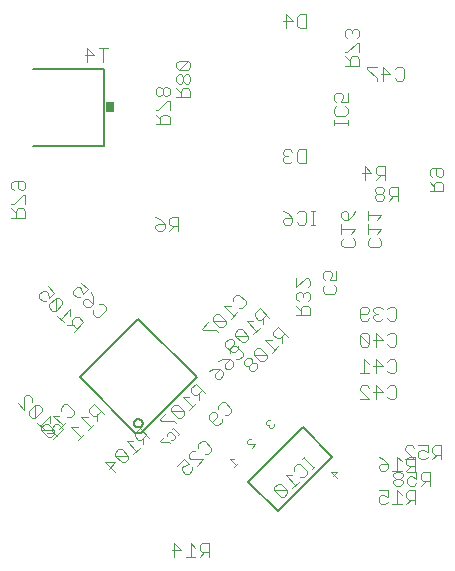
<source format=gbr>
G04 EAGLE Gerber RS-274X export*
G75*
%MOMM*%
%FSLAX34Y34*%
%LPD*%
%INSilkscreen Bottom*%
%IPPOS*%
%AMOC8*
5,1,8,0,0,1.08239X$1,22.5*%
G01*
%ADD10C,0.101600*%
%ADD11C,0.152400*%
%ADD12C,0.076200*%
%ADD13C,0.203200*%
%ADD14R,0.762000X0.863600*%


D10*
X423496Y251553D02*
X425445Y253502D01*
X429343Y253502D01*
X431292Y251553D01*
X431292Y243757D01*
X429343Y241808D01*
X425445Y241808D01*
X423496Y243757D01*
X419598Y251553D02*
X417649Y253502D01*
X413751Y253502D01*
X411802Y251553D01*
X411802Y249604D01*
X413751Y247655D01*
X415700Y247655D01*
X413751Y247655D02*
X411802Y245706D01*
X411802Y243757D01*
X413751Y241808D01*
X417649Y241808D01*
X419598Y243757D01*
X407904Y243757D02*
X405955Y241808D01*
X402057Y241808D01*
X400108Y243757D01*
X400108Y251553D01*
X402057Y253502D01*
X405955Y253502D01*
X407904Y251553D01*
X407904Y249604D01*
X405955Y247655D01*
X400108Y247655D01*
X423496Y229328D02*
X425445Y231277D01*
X429343Y231277D01*
X431292Y229328D01*
X431292Y221532D01*
X429343Y219583D01*
X425445Y219583D01*
X423496Y221532D01*
X413751Y219583D02*
X413751Y231277D01*
X419598Y225430D01*
X411802Y225430D01*
X407904Y221532D02*
X407904Y229328D01*
X405955Y231277D01*
X402057Y231277D01*
X400108Y229328D01*
X400108Y221532D01*
X402057Y219583D01*
X405955Y219583D01*
X407904Y221532D01*
X400108Y229328D01*
X423496Y207103D02*
X425445Y209052D01*
X429343Y209052D01*
X431292Y207103D01*
X431292Y199307D01*
X429343Y197358D01*
X425445Y197358D01*
X423496Y199307D01*
X413751Y197358D02*
X413751Y209052D01*
X419598Y203205D01*
X411802Y203205D01*
X407904Y205154D02*
X404006Y209052D01*
X404006Y197358D01*
X407904Y197358D02*
X400108Y197358D01*
X423496Y184878D02*
X425445Y186827D01*
X429343Y186827D01*
X431292Y184878D01*
X431292Y177082D01*
X429343Y175133D01*
X425445Y175133D01*
X423496Y177082D01*
X413751Y175133D02*
X413751Y186827D01*
X419598Y180980D01*
X411802Y180980D01*
X407904Y175133D02*
X400108Y175133D01*
X407904Y175133D02*
X400108Y182929D01*
X400108Y184878D01*
X402057Y186827D01*
X405955Y186827D01*
X407904Y184878D01*
X358277Y246414D02*
X346583Y246414D01*
X358277Y246414D02*
X358277Y252261D01*
X356328Y254210D01*
X352430Y254210D01*
X350481Y252261D01*
X350481Y246414D01*
X350481Y250312D02*
X346583Y254210D01*
X356328Y258108D02*
X358277Y260056D01*
X358277Y263954D01*
X356328Y265903D01*
X354379Y265903D01*
X352430Y263954D01*
X352430Y262005D01*
X352430Y263954D02*
X350481Y265903D01*
X348532Y265903D01*
X346583Y263954D01*
X346583Y260056D01*
X348532Y258108D01*
X346583Y269801D02*
X346583Y277597D01*
X346583Y269801D02*
X354379Y277597D01*
X356328Y277597D01*
X358277Y275648D01*
X358277Y271750D01*
X356328Y269801D01*
X378553Y272254D02*
X380502Y270305D01*
X380502Y266407D01*
X378553Y264458D01*
X370757Y264458D01*
X368808Y266407D01*
X368808Y270305D01*
X370757Y272254D01*
X380502Y276152D02*
X380502Y283947D01*
X380502Y276152D02*
X374655Y276152D01*
X376604Y280049D01*
X376604Y281998D01*
X374655Y283947D01*
X370757Y283947D01*
X368808Y281998D01*
X368808Y278100D01*
X370757Y276152D01*
X396377Y309567D02*
X394428Y311516D01*
X396377Y309567D02*
X396377Y305669D01*
X394428Y303721D01*
X386632Y303721D01*
X384683Y305669D01*
X384683Y309567D01*
X386632Y311516D01*
X392479Y315414D02*
X396377Y319312D01*
X384683Y319312D01*
X384683Y315414D02*
X384683Y323210D01*
X394428Y331006D02*
X396377Y334904D01*
X394428Y331006D02*
X390530Y327108D01*
X386632Y327108D01*
X384683Y329057D01*
X384683Y332955D01*
X386632Y334904D01*
X388581Y334904D01*
X390530Y332955D01*
X390530Y327108D01*
X246717Y329702D02*
X246717Y318008D01*
X246717Y329702D02*
X240871Y329702D01*
X238922Y327753D01*
X238922Y323855D01*
X240871Y321906D01*
X246717Y321906D01*
X242820Y321906D02*
X238922Y318008D01*
X231126Y327753D02*
X227228Y329702D01*
X231126Y327753D02*
X235024Y323855D01*
X235024Y319957D01*
X233075Y318008D01*
X229177Y318008D01*
X227228Y319957D01*
X227228Y321906D01*
X229177Y323855D01*
X235024Y323855D01*
X354667Y375158D02*
X354667Y386852D01*
X354667Y375158D02*
X348821Y375158D01*
X346872Y377107D01*
X346872Y384903D01*
X348821Y386852D01*
X354667Y386852D01*
X342974Y384903D02*
X341025Y386852D01*
X337127Y386852D01*
X335178Y384903D01*
X335178Y382954D01*
X337127Y381005D01*
X339076Y381005D01*
X337127Y381005D02*
X335178Y379056D01*
X335178Y377107D01*
X337127Y375158D01*
X341025Y375158D01*
X342974Y377107D01*
X469392Y136027D02*
X469392Y124333D01*
X469392Y136027D02*
X463545Y136027D01*
X461596Y134078D01*
X461596Y130180D01*
X463545Y128231D01*
X469392Y128231D01*
X465494Y128231D02*
X461596Y124333D01*
X457698Y136027D02*
X449902Y136027D01*
X457698Y136027D02*
X457698Y130180D01*
X453800Y132129D01*
X451851Y132129D01*
X449902Y130180D01*
X449902Y126282D01*
X451851Y124333D01*
X455749Y124333D01*
X457698Y126282D01*
X446004Y124333D02*
X438208Y124333D01*
X446004Y124333D02*
X438208Y132129D01*
X438208Y134078D01*
X440157Y136027D01*
X444055Y136027D01*
X446004Y134078D01*
X459867Y113802D02*
X459867Y102108D01*
X459867Y113802D02*
X454020Y113802D01*
X452071Y111853D01*
X452071Y107955D01*
X454020Y106006D01*
X459867Y106006D01*
X455969Y106006D02*
X452071Y102108D01*
X448173Y113802D02*
X440377Y113802D01*
X448173Y113802D02*
X448173Y107955D01*
X444275Y109904D01*
X442326Y109904D01*
X440377Y107955D01*
X440377Y104057D01*
X442326Y102108D01*
X446224Y102108D01*
X448173Y104057D01*
X436479Y111853D02*
X434530Y113802D01*
X430632Y113802D01*
X428683Y111853D01*
X428683Y109904D01*
X430632Y107955D01*
X428683Y106006D01*
X428683Y104057D01*
X430632Y102108D01*
X434530Y102108D01*
X436479Y104057D01*
X436479Y106006D01*
X434530Y107955D01*
X436479Y109904D01*
X436479Y111853D01*
X434530Y107955D02*
X430632Y107955D01*
X362463Y323088D02*
X358566Y323088D01*
X360515Y323088D02*
X360515Y334782D01*
X362463Y334782D02*
X358566Y334782D01*
X348821Y334782D02*
X346872Y332833D01*
X348821Y334782D02*
X352719Y334782D01*
X354668Y332833D01*
X354668Y325037D01*
X352719Y323088D01*
X348821Y323088D01*
X346872Y325037D01*
X339076Y332833D02*
X335178Y334782D01*
X339076Y332833D02*
X342974Y328935D01*
X342974Y325037D01*
X341025Y323088D01*
X337127Y323088D01*
X335178Y325037D01*
X335178Y326986D01*
X337127Y328935D01*
X342974Y328935D01*
X430003Y454753D02*
X431952Y456702D01*
X435850Y456702D01*
X437799Y454753D01*
X437799Y446957D01*
X435850Y445008D01*
X431952Y445008D01*
X430003Y446957D01*
X420258Y445008D02*
X420258Y456702D01*
X426105Y450855D01*
X418309Y450855D01*
X414411Y456702D02*
X406615Y456702D01*
X406615Y454753D01*
X414411Y446957D01*
X414411Y445008D01*
X416653Y311516D02*
X418602Y309567D01*
X418602Y305669D01*
X416653Y303721D01*
X408857Y303721D01*
X406908Y305669D01*
X406908Y309567D01*
X408857Y311516D01*
X414704Y315414D02*
X418602Y319312D01*
X406908Y319312D01*
X406908Y315414D02*
X406908Y323210D01*
X414704Y327108D02*
X418602Y331006D01*
X406908Y331006D01*
X406908Y327108D02*
X406908Y334904D01*
X421767Y360871D02*
X421767Y372564D01*
X415920Y372564D01*
X413971Y370615D01*
X413971Y366717D01*
X415920Y364768D01*
X421767Y364768D01*
X417869Y364768D02*
X413971Y360871D01*
X404226Y360871D02*
X404226Y372564D01*
X410073Y366717D01*
X402277Y366717D01*
X432455Y355102D02*
X432455Y343408D01*
X432455Y355102D02*
X426608Y355102D01*
X424659Y353153D01*
X424659Y349255D01*
X426608Y347306D01*
X432455Y347306D01*
X428557Y347306D02*
X424659Y343408D01*
X420761Y353153D02*
X418812Y355102D01*
X414914Y355102D01*
X412965Y353153D01*
X412965Y351204D01*
X414914Y349255D01*
X412965Y347306D01*
X412965Y345357D01*
X414914Y343408D01*
X418812Y343408D01*
X420761Y345357D01*
X420761Y347306D01*
X418812Y349255D01*
X420761Y351204D01*
X420761Y353153D01*
X418812Y349255D02*
X414914Y349255D01*
X459296Y351346D02*
X470989Y351346D01*
X470989Y357192D01*
X469040Y359141D01*
X465142Y359141D01*
X463193Y357192D01*
X463193Y351346D01*
X463193Y355243D02*
X459296Y359141D01*
X461244Y363039D02*
X459296Y364988D01*
X459296Y368886D01*
X461244Y370835D01*
X469040Y370835D01*
X470989Y368886D01*
X470989Y364988D01*
X469040Y363039D01*
X467091Y363039D01*
X465142Y364988D01*
X465142Y370835D01*
X378333Y407474D02*
X378333Y411372D01*
X378333Y409423D02*
X390027Y409423D01*
X390027Y407474D02*
X390027Y411372D01*
X390027Y421117D02*
X388078Y423066D01*
X390027Y421117D02*
X390027Y417219D01*
X388078Y415270D01*
X380282Y415270D01*
X378333Y417219D01*
X378333Y421117D01*
X380282Y423066D01*
X390027Y426964D02*
X390027Y434760D01*
X390027Y426964D02*
X384180Y426964D01*
X386129Y430862D01*
X386129Y432811D01*
X384180Y434760D01*
X380282Y434760D01*
X378333Y432811D01*
X378333Y428913D01*
X380282Y426964D01*
X147216Y168145D02*
X147216Y165389D01*
X147216Y168145D02*
X149972Y170901D01*
X152728Y170901D01*
X158241Y165389D01*
X158241Y162632D01*
X155485Y159876D01*
X152728Y159876D01*
X145838Y161254D02*
X140325Y161254D01*
X148594Y152985D01*
X145838Y150229D02*
X151350Y155742D01*
X141703Y148851D02*
X136191Y154363D01*
X133434Y154363D01*
X130678Y151607D01*
X130678Y148851D01*
X136191Y143338D01*
X138947Y143338D01*
X141703Y146095D01*
X141703Y148851D01*
X130678Y148851D01*
X263553Y136938D02*
X263553Y134182D01*
X263553Y136938D02*
X266309Y139694D01*
X269065Y139694D01*
X274578Y134182D01*
X274578Y131425D01*
X271822Y128669D01*
X269065Y128669D01*
X267687Y124534D02*
X262175Y119022D01*
X267687Y124534D02*
X256662Y124534D01*
X255284Y125913D01*
X255284Y128669D01*
X258040Y131425D01*
X260797Y131425D01*
X251149Y124534D02*
X245637Y119022D01*
X251149Y124534D02*
X255284Y120400D01*
X251150Y119022D01*
X249771Y117644D01*
X249771Y114887D01*
X252528Y112131D01*
X255284Y112131D01*
X258040Y114887D01*
X258040Y117644D01*
X292459Y258338D02*
X292459Y261094D01*
X295216Y263851D01*
X297972Y263851D01*
X303484Y258338D01*
X303484Y255582D01*
X300728Y252825D01*
X297972Y252825D01*
X291081Y254203D02*
X285568Y254203D01*
X293837Y245935D01*
X296594Y248691D02*
X291081Y243178D01*
X286947Y241800D02*
X281434Y247313D01*
X278678Y247313D01*
X275921Y244556D01*
X275921Y241800D01*
X281434Y236288D01*
X284190Y236288D01*
X286947Y239044D01*
X286947Y241800D01*
X275921Y241800D01*
X271787Y240422D02*
X266274Y234909D01*
X267653Y233531D01*
X278678Y233531D01*
X280056Y232153D01*
X149069Y149766D02*
X140800Y141497D01*
X149069Y149766D02*
X144935Y153901D01*
X142178Y153901D01*
X139422Y151144D01*
X139422Y148388D01*
X143556Y144254D01*
X140800Y147010D02*
X135287Y147010D01*
X138044Y155279D02*
X138044Y160791D01*
X129775Y152522D01*
X132531Y149766D02*
X127019Y155279D01*
X125640Y159413D02*
X131153Y164926D01*
X131153Y167682D01*
X128397Y170438D01*
X125640Y170438D01*
X120128Y164926D01*
X120128Y162170D01*
X122884Y159413D01*
X125640Y159413D01*
X125640Y170438D01*
X115993Y166304D02*
X110481Y171817D01*
X115993Y166304D02*
X115993Y177329D01*
X117372Y178707D01*
X120128Y178707D01*
X122884Y175951D01*
X122884Y173195D01*
X213771Y150656D02*
X222040Y142387D01*
X213771Y150656D02*
X209637Y146522D01*
X209637Y143766D01*
X212393Y141009D01*
X215149Y141009D01*
X219284Y145144D01*
X216528Y142387D02*
X216528Y136875D01*
X208259Y139631D02*
X202746Y139631D01*
X211015Y131362D01*
X208259Y128606D02*
X213771Y134119D01*
X204124Y127228D02*
X198612Y132740D01*
X195855Y132740D01*
X193099Y129984D01*
X193099Y127228D01*
X198612Y121715D01*
X201368Y121715D01*
X204124Y124471D01*
X204124Y127228D01*
X193099Y127228D01*
X184830Y121715D02*
X193099Y113446D01*
X193099Y121715D02*
X184830Y121715D01*
X187587Y116203D02*
X193099Y121715D01*
X157933Y232221D02*
X166202Y240490D01*
X162067Y244624D01*
X159311Y244624D01*
X156555Y241868D01*
X156555Y239112D01*
X160689Y234977D01*
X157933Y237734D02*
X152420Y237734D01*
X155177Y246002D02*
X155177Y251515D01*
X146908Y243246D01*
X149664Y240490D02*
X144152Y246002D01*
X142773Y250137D02*
X148286Y255649D01*
X148286Y258406D01*
X145530Y261162D01*
X142773Y261162D01*
X137261Y255649D01*
X137261Y252893D01*
X140017Y250137D01*
X142773Y250137D01*
X142773Y261162D01*
X141395Y265297D02*
X135883Y270809D01*
X141395Y265297D02*
X137261Y261162D01*
X135883Y265296D01*
X134504Y266675D01*
X131748Y266675D01*
X128992Y263918D01*
X128992Y261162D01*
X131748Y258406D01*
X134504Y258406D01*
X179676Y256009D02*
X182433Y256009D01*
X185189Y253253D01*
X185189Y250497D01*
X179676Y244984D01*
X176920Y244984D01*
X174164Y247740D01*
X174164Y250497D01*
X174164Y261522D02*
X172786Y265656D01*
X174164Y261522D02*
X174164Y256009D01*
X171407Y253253D01*
X168651Y253253D01*
X165895Y256009D01*
X165895Y258765D01*
X167273Y260144D01*
X170029Y260144D01*
X174164Y256009D01*
X170029Y268413D02*
X164517Y273925D01*
X170029Y268413D02*
X165895Y264278D01*
X164517Y268412D01*
X163138Y269791D01*
X160382Y269791D01*
X157626Y267034D01*
X157626Y264278D01*
X160382Y261522D01*
X163138Y261522D01*
X261160Y188427D02*
X269429Y180158D01*
X261160Y188427D02*
X257026Y184292D01*
X257026Y181536D01*
X259782Y178780D01*
X262538Y178780D01*
X266673Y182914D01*
X263916Y180158D02*
X263916Y174645D01*
X255648Y177402D02*
X250135Y177402D01*
X258404Y169133D01*
X261160Y171889D02*
X255648Y166376D01*
X251513Y164998D02*
X246001Y170511D01*
X243244Y170511D01*
X240488Y167754D01*
X240488Y164998D01*
X246001Y159486D01*
X248757Y159486D01*
X251513Y162242D01*
X251513Y164998D01*
X240488Y164998D01*
X236354Y163620D02*
X230841Y158107D01*
X232219Y156729D01*
X243244Y156729D01*
X244622Y155351D01*
X290091Y214601D02*
X290091Y217357D01*
X292847Y220114D01*
X295603Y220114D01*
X301116Y214601D01*
X301116Y211845D01*
X298360Y209089D01*
X295603Y209089D01*
X284578Y209089D02*
X280444Y207710D01*
X284578Y209089D02*
X290091Y209088D01*
X292847Y206332D01*
X292847Y203576D01*
X290091Y200820D01*
X287335Y200820D01*
X285956Y202198D01*
X285956Y204954D01*
X290091Y209088D01*
X276309Y200820D02*
X272175Y199441D01*
X276309Y200820D02*
X281822Y200820D01*
X284578Y198063D01*
X284578Y195307D01*
X281822Y192551D01*
X279066Y192551D01*
X277688Y193929D01*
X277688Y196685D01*
X281822Y200820D01*
X331246Y236381D02*
X339515Y228112D01*
X331246Y236381D02*
X327112Y232247D01*
X327112Y229491D01*
X329868Y226734D01*
X332624Y226734D01*
X336759Y230869D01*
X334003Y228112D02*
X334003Y222600D01*
X325734Y225356D02*
X320221Y225356D01*
X328490Y217087D01*
X325734Y214331D02*
X331246Y219844D01*
X321599Y212953D02*
X316087Y218465D01*
X313330Y218465D01*
X310574Y215709D01*
X310574Y212953D01*
X316087Y207440D01*
X318843Y207440D01*
X321599Y210196D01*
X321599Y212953D01*
X310574Y212953D01*
X307818Y210196D02*
X305062Y210196D01*
X302305Y207440D01*
X302305Y204684D01*
X303683Y203306D01*
X306440Y203306D01*
X306440Y200549D01*
X307818Y199171D01*
X310574Y199171D01*
X313330Y201928D01*
X313330Y204684D01*
X311952Y206062D01*
X309196Y206062D01*
X309196Y208818D01*
X307818Y210196D01*
X309196Y206062D02*
X306440Y203306D01*
X323640Y243987D02*
X315371Y252256D01*
X311237Y248122D01*
X311237Y245366D01*
X313993Y242609D01*
X316749Y242609D01*
X320884Y246744D01*
X318128Y243987D02*
X318128Y238475D01*
X309859Y241231D02*
X304346Y241231D01*
X312615Y232962D01*
X309859Y230206D02*
X315371Y235719D01*
X305724Y228828D02*
X300212Y234340D01*
X297455Y234340D01*
X294699Y231584D01*
X294699Y228828D01*
X300212Y223315D01*
X302968Y223315D01*
X305724Y226071D01*
X305724Y228828D01*
X294699Y228828D01*
X297455Y220559D02*
X297455Y217803D01*
X294699Y215046D01*
X291943Y215046D01*
X286430Y220559D01*
X286430Y223315D01*
X289187Y226071D01*
X291943Y226071D01*
X293321Y224693D01*
X293321Y221937D01*
X289187Y217803D01*
D11*
X262293Y193675D02*
X212725Y243243D01*
X163157Y193675D01*
X210215Y146617D01*
X215235Y146617D02*
X262293Y193675D01*
X215235Y146617D02*
X210215Y146617D01*
X209133Y154880D02*
X209135Y154999D01*
X209141Y155119D01*
X209151Y155238D01*
X209165Y155356D01*
X209183Y155474D01*
X209204Y155592D01*
X209230Y155708D01*
X209259Y155824D01*
X209293Y155939D01*
X209330Y156052D01*
X209371Y156164D01*
X209415Y156275D01*
X209463Y156385D01*
X209515Y156492D01*
X209570Y156598D01*
X209629Y156702D01*
X209692Y156804D01*
X209757Y156903D01*
X209826Y157001D01*
X209898Y157096D01*
X209973Y157189D01*
X210052Y157279D01*
X210133Y157367D01*
X210217Y157451D01*
X210304Y157533D01*
X210393Y157612D01*
X210485Y157688D01*
X210580Y157761D01*
X210677Y157831D01*
X210776Y157897D01*
X210878Y157960D01*
X210981Y158020D01*
X211086Y158076D01*
X211193Y158129D01*
X211302Y158178D01*
X211413Y158224D01*
X211525Y158265D01*
X211638Y158303D01*
X211752Y158338D01*
X211868Y158368D01*
X211984Y158395D01*
X212101Y158417D01*
X212219Y158436D01*
X212338Y158451D01*
X212457Y158462D01*
X212576Y158469D01*
X212695Y158472D01*
X212815Y158471D01*
X212934Y158466D01*
X213053Y158457D01*
X213172Y158444D01*
X213290Y158427D01*
X213407Y158407D01*
X213524Y158382D01*
X213640Y158353D01*
X213755Y158321D01*
X213869Y158285D01*
X213982Y158245D01*
X214093Y158201D01*
X214202Y158154D01*
X214310Y158103D01*
X214417Y158049D01*
X214521Y157991D01*
X214623Y157929D01*
X214724Y157865D01*
X214822Y157796D01*
X214918Y157725D01*
X215011Y157651D01*
X215102Y157573D01*
X215190Y157493D01*
X215275Y157409D01*
X215358Y157323D01*
X215438Y157234D01*
X215515Y157143D01*
X215588Y157049D01*
X215659Y156952D01*
X215726Y156854D01*
X215790Y156753D01*
X215851Y156650D01*
X215908Y156545D01*
X215961Y156439D01*
X216011Y156330D01*
X216058Y156220D01*
X216100Y156109D01*
X216139Y155996D01*
X216175Y155882D01*
X216206Y155766D01*
X216233Y155650D01*
X216257Y155533D01*
X216277Y155415D01*
X216293Y155297D01*
X216305Y155178D01*
X216313Y155059D01*
X216317Y154940D01*
X216317Y154820D01*
X216313Y154701D01*
X216305Y154582D01*
X216293Y154463D01*
X216277Y154345D01*
X216257Y154227D01*
X216233Y154110D01*
X216206Y153994D01*
X216175Y153878D01*
X216139Y153764D01*
X216100Y153651D01*
X216058Y153540D01*
X216011Y153430D01*
X215961Y153321D01*
X215908Y153215D01*
X215851Y153110D01*
X215790Y153007D01*
X215726Y152906D01*
X215659Y152808D01*
X215588Y152711D01*
X215515Y152617D01*
X215438Y152526D01*
X215358Y152437D01*
X215275Y152351D01*
X215190Y152267D01*
X215102Y152187D01*
X215011Y152109D01*
X214918Y152035D01*
X214822Y151964D01*
X214724Y151895D01*
X214623Y151831D01*
X214521Y151769D01*
X214417Y151711D01*
X214310Y151657D01*
X214202Y151606D01*
X214093Y151559D01*
X213982Y151515D01*
X213869Y151475D01*
X213755Y151439D01*
X213640Y151407D01*
X213524Y151378D01*
X213407Y151353D01*
X213290Y151333D01*
X213172Y151316D01*
X213053Y151303D01*
X212934Y151294D01*
X212815Y151289D01*
X212695Y151288D01*
X212576Y151291D01*
X212457Y151298D01*
X212338Y151309D01*
X212219Y151324D01*
X212101Y151343D01*
X211984Y151365D01*
X211868Y151392D01*
X211752Y151422D01*
X211638Y151457D01*
X211525Y151495D01*
X211413Y151536D01*
X211302Y151582D01*
X211193Y151631D01*
X211086Y151684D01*
X210981Y151740D01*
X210878Y151800D01*
X210776Y151863D01*
X210677Y151929D01*
X210580Y151999D01*
X210485Y152072D01*
X210393Y152148D01*
X210304Y152227D01*
X210217Y152309D01*
X210133Y152393D01*
X210052Y152481D01*
X209973Y152571D01*
X209898Y152664D01*
X209826Y152759D01*
X209757Y152857D01*
X209692Y152956D01*
X209629Y153058D01*
X209570Y153162D01*
X209515Y153268D01*
X209463Y153375D01*
X209415Y153485D01*
X209371Y153596D01*
X209330Y153708D01*
X209293Y153821D01*
X209259Y153936D01*
X209230Y154052D01*
X209204Y154168D01*
X209183Y154286D01*
X209165Y154404D01*
X209151Y154522D01*
X209141Y154641D01*
X209135Y154761D01*
X209133Y154880D01*
D12*
X246652Y144804D02*
X248390Y146542D01*
X247521Y145673D02*
X242308Y150886D01*
X243177Y151755D02*
X241439Y150017D01*
X237042Y145620D02*
X237042Y143883D01*
X237042Y145620D02*
X238780Y147358D01*
X240518Y147358D01*
X243993Y143883D01*
X243993Y142145D01*
X242255Y140407D01*
X240518Y140407D01*
X234357Y142935D02*
X230881Y139459D01*
X231750Y138590D01*
X238701Y138590D01*
X239570Y137722D01*
D10*
X239214Y408339D02*
X227521Y408339D01*
X239214Y408339D02*
X239214Y414186D01*
X237265Y416135D01*
X233367Y416135D01*
X231418Y414186D01*
X231418Y408339D01*
X231418Y412237D02*
X227521Y416135D01*
X239214Y420033D02*
X239214Y427828D01*
X237265Y427828D01*
X229469Y420033D01*
X227521Y420033D01*
X237265Y431726D02*
X239214Y433675D01*
X239214Y437573D01*
X237265Y439522D01*
X235316Y439522D01*
X233367Y437573D01*
X231418Y439522D01*
X229469Y439522D01*
X227521Y437573D01*
X227521Y433675D01*
X229469Y431726D01*
X231418Y431726D01*
X233367Y433675D01*
X235316Y431726D01*
X237265Y431726D01*
X233367Y433675D02*
X233367Y437573D01*
X116977Y328964D02*
X105283Y328964D01*
X116977Y328964D02*
X116977Y334811D01*
X115028Y336760D01*
X111130Y336760D01*
X109181Y334811D01*
X109181Y328964D01*
X109181Y332862D02*
X105283Y336760D01*
X116977Y340658D02*
X116977Y348453D01*
X115028Y348453D01*
X107232Y340658D01*
X105283Y340658D01*
X107232Y352351D02*
X105283Y354300D01*
X105283Y358198D01*
X107232Y360147D01*
X115028Y360147D01*
X116977Y358198D01*
X116977Y354300D01*
X115028Y352351D01*
X113079Y352351D01*
X111130Y354300D01*
X111130Y360147D01*
X244983Y430721D02*
X256677Y430721D01*
X256677Y436567D01*
X254728Y438516D01*
X250830Y438516D01*
X248881Y436567D01*
X248881Y430721D01*
X248881Y434618D02*
X244983Y438516D01*
X254728Y442414D02*
X256677Y444363D01*
X256677Y448261D01*
X254728Y450210D01*
X252779Y450210D01*
X250830Y448261D01*
X248881Y450210D01*
X246932Y450210D01*
X244983Y448261D01*
X244983Y444363D01*
X246932Y442414D01*
X248881Y442414D01*
X250830Y444363D01*
X252779Y442414D01*
X254728Y442414D01*
X250830Y444363D02*
X250830Y448261D01*
X246932Y454108D02*
X254728Y454108D01*
X256677Y456057D01*
X256677Y459955D01*
X254728Y461904D01*
X246932Y461904D01*
X244983Y459955D01*
X244983Y456057D01*
X246932Y454108D01*
X254728Y461904D01*
X355092Y489458D02*
X355092Y501152D01*
X355092Y489458D02*
X349245Y489458D01*
X347296Y491407D01*
X347296Y499203D01*
X349245Y501152D01*
X355092Y501152D01*
X337551Y501152D02*
X337551Y489458D01*
X343398Y495305D02*
X337551Y501152D01*
X335602Y495305D02*
X343398Y495305D01*
X387858Y457708D02*
X399552Y457708D01*
X399552Y463555D01*
X397603Y465504D01*
X393705Y465504D01*
X391756Y463555D01*
X391756Y457708D01*
X391756Y461606D02*
X387858Y465504D01*
X399552Y469402D02*
X399552Y477198D01*
X397603Y477198D01*
X389807Y469402D01*
X387858Y469402D01*
X397603Y481096D02*
X399552Y483045D01*
X399552Y486943D01*
X397603Y488892D01*
X395654Y488892D01*
X393705Y486943D01*
X393705Y484994D01*
X393705Y486943D02*
X391756Y488892D01*
X389807Y488892D01*
X387858Y486943D01*
X387858Y483045D01*
X389807Y481096D01*
X175340Y170962D02*
X183609Y162694D01*
X175340Y170962D02*
X171205Y166828D01*
X171205Y164072D01*
X173962Y161315D01*
X176718Y161315D01*
X180853Y165450D01*
X178096Y162694D02*
X178096Y157181D01*
X169827Y159937D02*
X164315Y159937D01*
X172584Y151668D01*
X175340Y154425D02*
X169827Y148912D01*
X161558Y151668D02*
X156046Y151668D01*
X164315Y143399D01*
X167071Y146156D02*
X161558Y140643D01*
D13*
X183515Y389505D02*
X123571Y389509D01*
X183515Y389505D02*
X183515Y455045D01*
X123571Y455041D01*
D14*
X188341Y422275D03*
D10*
X182919Y460883D02*
X182919Y472577D01*
X186817Y472577D02*
X179021Y472577D01*
X169276Y472577D02*
X169276Y460883D01*
X175123Y466730D02*
X169276Y472577D01*
X167327Y466730D02*
X175123Y466730D01*
X272542Y53477D02*
X272542Y41783D01*
X272542Y53477D02*
X266695Y53477D01*
X264746Y51528D01*
X264746Y47630D01*
X266695Y45681D01*
X272542Y45681D01*
X268644Y45681D02*
X264746Y41783D01*
X260848Y49579D02*
X256950Y53477D01*
X256950Y41783D01*
X260848Y41783D02*
X253052Y41783D01*
X243307Y41783D02*
X243307Y53477D01*
X249154Y47630D01*
X241358Y47630D01*
X447324Y86233D02*
X447324Y97927D01*
X441477Y97927D01*
X439528Y95978D01*
X439528Y92080D01*
X441477Y90131D01*
X447324Y90131D01*
X443426Y90131D02*
X439528Y86233D01*
X435630Y94029D02*
X431732Y97927D01*
X431732Y86233D01*
X435630Y86233D02*
X427834Y86233D01*
X423936Y97927D02*
X416140Y97927D01*
X423936Y97927D02*
X423936Y92080D01*
X420038Y94029D01*
X418089Y94029D01*
X416140Y92080D01*
X416140Y88182D01*
X418089Y86233D01*
X421987Y86233D01*
X423936Y88182D01*
X447324Y114808D02*
X447324Y126502D01*
X441477Y126502D01*
X439528Y124553D01*
X439528Y120655D01*
X441477Y118706D01*
X447324Y118706D01*
X443426Y118706D02*
X439528Y114808D01*
X435630Y122604D02*
X431732Y126502D01*
X431732Y114808D01*
X435630Y114808D02*
X427834Y114808D01*
X420038Y124553D02*
X416140Y126502D01*
X420038Y124553D02*
X423936Y120655D01*
X423936Y116757D01*
X421987Y114808D01*
X418089Y114808D01*
X416140Y116757D01*
X416140Y118706D01*
X418089Y120655D01*
X423936Y120655D01*
D13*
X377054Y126484D02*
X351909Y151629D01*
X305571Y105291D01*
X330716Y80146D01*
X377054Y126484D01*
D10*
X324125Y157378D02*
X322447Y157378D01*
X320769Y155700D01*
X320769Y154022D01*
X321608Y153183D01*
X323286Y153183D01*
X324125Y154022D01*
X323286Y153183D02*
X323286Y151505D01*
X324125Y150667D01*
X325802Y150667D01*
X327480Y152344D01*
X327480Y154022D01*
X375515Y113459D02*
X380548Y108425D01*
X380548Y113459D02*
X375515Y113459D01*
X377192Y110103D02*
X380548Y113459D01*
X293332Y124907D02*
X289976Y124907D01*
X295009Y119874D01*
X296687Y121551D02*
X293332Y118196D01*
X308553Y133550D02*
X311908Y136906D01*
X305197Y136906D01*
X304359Y137744D01*
X304359Y139422D01*
X306036Y141100D01*
X307714Y141100D01*
X359536Y116150D02*
X362292Y118907D01*
X360914Y117529D02*
X352645Y125798D01*
X354024Y127176D02*
X351267Y124419D01*
X344377Y117529D02*
X344377Y114772D01*
X344377Y117529D02*
X347133Y120285D01*
X349889Y120285D01*
X355402Y114772D01*
X355402Y112016D01*
X352645Y109260D01*
X349889Y109260D01*
X342998Y110638D02*
X337486Y110638D01*
X345755Y102369D01*
X348511Y105125D02*
X342998Y99613D01*
X338864Y98234D02*
X333351Y103747D01*
X330595Y103747D01*
X327839Y100991D01*
X327839Y98234D01*
X333351Y92722D01*
X336108Y92722D01*
X338864Y95478D01*
X338864Y98234D01*
X327839Y98234D01*
X280566Y166976D02*
X280566Y169732D01*
X283322Y172489D01*
X286078Y172489D01*
X291591Y166976D01*
X291591Y164220D01*
X288835Y161464D01*
X286078Y161464D01*
X283322Y158707D02*
X283322Y155951D01*
X280566Y153195D01*
X277810Y153195D01*
X272297Y158707D01*
X272297Y161464D01*
X275053Y164220D01*
X277810Y164220D01*
X279188Y162842D01*
X279188Y160085D01*
X275053Y155951D01*
M02*

</source>
